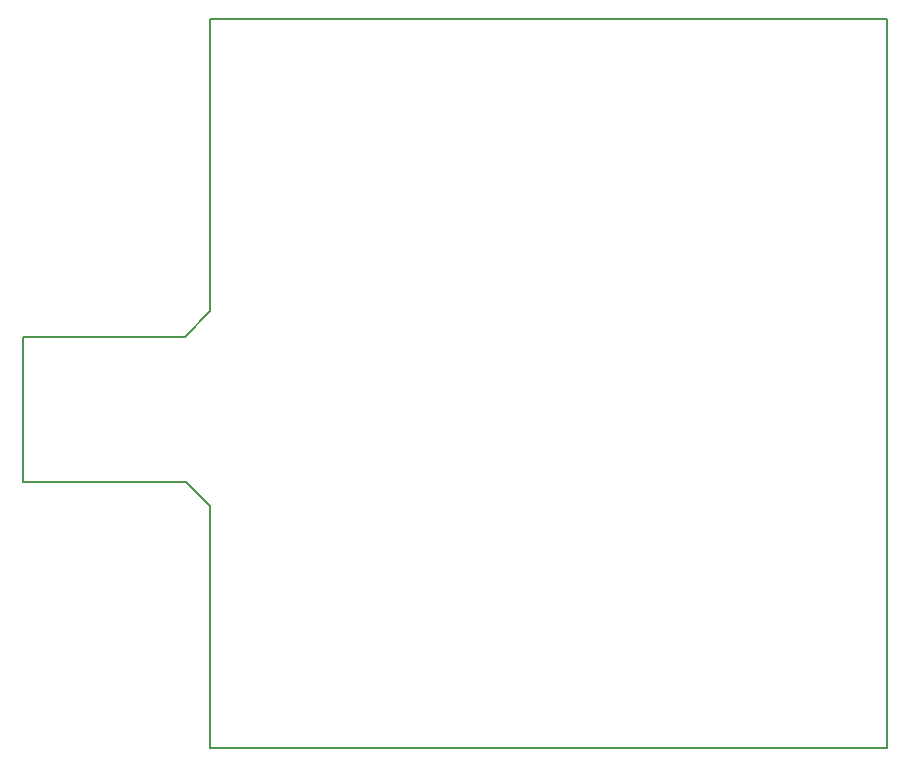
<source format=gbr>
G04 start of page 4 for group 2 idx 2 *
G04 Title: (unknown), outline *
G04 Creator: pcb 1.99z *
G04 CreationDate: Thu 27 Nov 2014 11:47:03 PM GMT UTC *
G04 For: commonadmin *
G04 Format: Gerber/RS-274X *
G04 PCB-Dimensions (mil): 3000.00 2500.00 *
G04 PCB-Coordinate-Origin: lower left *
%MOIN*%
%FSLAX25Y25*%
%LNOUTLINE*%
%ADD70C,0.0060*%
G54D70*X63000Y250000D02*X288500D01*
Y7000D01*
X63000D01*
Y87500D01*
X500Y144000D02*Y95500D01*
Y144000D02*X54500D01*
X63000Y152500D01*
Y250000D01*
X500Y95500D02*X55000D01*
X63000Y87500D01*
M02*

</source>
